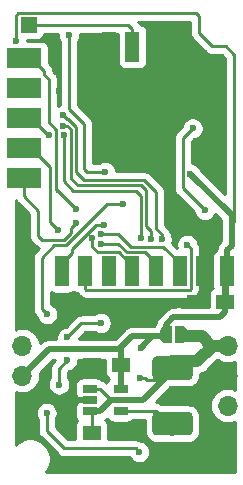
<source format=gbl>
G04 #@! TF.GenerationSoftware,KiCad,Pcbnew,(5.1.2)-2*
G04 #@! TF.CreationDate,2019-11-24T13:14:51+01:00*
G04 #@! TF.ProjectId,HM-LC-SW1-BA-PCB_mini_MAX1724,484d2d4c-432d-4535-9731-2d42412d5043,rev?*
G04 #@! TF.SameCoordinates,Original*
G04 #@! TF.FileFunction,Copper,L2,Bot*
G04 #@! TF.FilePolarity,Positive*
%FSLAX46Y46*%
G04 Gerber Fmt 4.6, Leading zero omitted, Abs format (unit mm)*
G04 Created by KiCad (PCBNEW (5.1.2)-2) date 2019-11-24 13:14:51*
%MOMM*%
%LPD*%
G04 APERTURE LIST*
%ADD10C,0.100000*%
%ADD11C,2.000000*%
%ADD12C,0.500000*%
%ADD13O,1.700000X1.700000*%
%ADD14R,1.200000X2.524000*%
%ADD15R,1.220000X0.650000*%
%ADD16R,3.000000X1.700000*%
%ADD17R,1.500000X1.250000*%
%ADD18R,1.350000X1.350000*%
%ADD19C,0.600000*%
%ADD20C,0.250000*%
%ADD21C,0.500000*%
%ADD22C,1.000000*%
%ADD23C,0.254000*%
G04 APERTURE END LIST*
D10*
G36*
X185353639Y-119201849D02*
G01*
X185390915Y-119207378D01*
X185427469Y-119216535D01*
X185462950Y-119229230D01*
X185497016Y-119245342D01*
X185529339Y-119264716D01*
X185559607Y-119287164D01*
X185587529Y-119312471D01*
X185612836Y-119340393D01*
X185635284Y-119370661D01*
X185654658Y-119402984D01*
X185670770Y-119437050D01*
X185683465Y-119472531D01*
X185692622Y-119509085D01*
X185698151Y-119546361D01*
X185700000Y-119584000D01*
X185700000Y-120816000D01*
X185698151Y-120853639D01*
X185692622Y-120890915D01*
X185683465Y-120927469D01*
X185670770Y-120962950D01*
X185654658Y-120997016D01*
X185635284Y-121029339D01*
X185612836Y-121059607D01*
X185587529Y-121087529D01*
X185559607Y-121112836D01*
X185529339Y-121135284D01*
X185497016Y-121154658D01*
X185462950Y-121170770D01*
X185427469Y-121183465D01*
X185390915Y-121192622D01*
X185353639Y-121198151D01*
X185316000Y-121200000D01*
X182684000Y-121200000D01*
X182646361Y-121198151D01*
X182609085Y-121192622D01*
X182572531Y-121183465D01*
X182537050Y-121170770D01*
X182502984Y-121154658D01*
X182470661Y-121135284D01*
X182440393Y-121112836D01*
X182412471Y-121087529D01*
X182387164Y-121059607D01*
X182364716Y-121029339D01*
X182345342Y-120997016D01*
X182329230Y-120962950D01*
X182316535Y-120927469D01*
X182307378Y-120890915D01*
X182301849Y-120853639D01*
X182300000Y-120816000D01*
X182300000Y-119584000D01*
X182301849Y-119546361D01*
X182307378Y-119509085D01*
X182316535Y-119472531D01*
X182329230Y-119437050D01*
X182345342Y-119402984D01*
X182364716Y-119370661D01*
X182387164Y-119340393D01*
X182412471Y-119312471D01*
X182440393Y-119287164D01*
X182470661Y-119264716D01*
X182502984Y-119245342D01*
X182537050Y-119229230D01*
X182572531Y-119216535D01*
X182609085Y-119207378D01*
X182646361Y-119201849D01*
X182684000Y-119200000D01*
X185316000Y-119200000D01*
X185353639Y-119201849D01*
X185353639Y-119201849D01*
G37*
D11*
X184000000Y-120200000D03*
D10*
G36*
X185353639Y-114501849D02*
G01*
X185390915Y-114507378D01*
X185427469Y-114516535D01*
X185462950Y-114529230D01*
X185497016Y-114545342D01*
X185529339Y-114564716D01*
X185559607Y-114587164D01*
X185587529Y-114612471D01*
X185612836Y-114640393D01*
X185635284Y-114670661D01*
X185654658Y-114702984D01*
X185670770Y-114737050D01*
X185683465Y-114772531D01*
X185692622Y-114809085D01*
X185698151Y-114846361D01*
X185700000Y-114884000D01*
X185700000Y-116116000D01*
X185698151Y-116153639D01*
X185692622Y-116190915D01*
X185683465Y-116227469D01*
X185670770Y-116262950D01*
X185654658Y-116297016D01*
X185635284Y-116329339D01*
X185612836Y-116359607D01*
X185587529Y-116387529D01*
X185559607Y-116412836D01*
X185529339Y-116435284D01*
X185497016Y-116454658D01*
X185462950Y-116470770D01*
X185427469Y-116483465D01*
X185390915Y-116492622D01*
X185353639Y-116498151D01*
X185316000Y-116500000D01*
X182684000Y-116500000D01*
X182646361Y-116498151D01*
X182609085Y-116492622D01*
X182572531Y-116483465D01*
X182537050Y-116470770D01*
X182502984Y-116454658D01*
X182470661Y-116435284D01*
X182440393Y-116412836D01*
X182412471Y-116387529D01*
X182387164Y-116359607D01*
X182364716Y-116329339D01*
X182345342Y-116297016D01*
X182329230Y-116262950D01*
X182316535Y-116227469D01*
X182307378Y-116190915D01*
X182301849Y-116153639D01*
X182300000Y-116116000D01*
X182300000Y-114884000D01*
X182301849Y-114846361D01*
X182307378Y-114809085D01*
X182316535Y-114772531D01*
X182329230Y-114737050D01*
X182345342Y-114702984D01*
X182364716Y-114670661D01*
X182387164Y-114640393D01*
X182412471Y-114612471D01*
X182440393Y-114587164D01*
X182470661Y-114564716D01*
X182502984Y-114545342D01*
X182537050Y-114529230D01*
X182572531Y-114516535D01*
X182609085Y-114507378D01*
X182646361Y-114501849D01*
X182684000Y-114500000D01*
X185316000Y-114500000D01*
X185353639Y-114501849D01*
X185353639Y-114501849D01*
G37*
D11*
X184000000Y-115500000D03*
D12*
X183450000Y-112650000D03*
D10*
G36*
X183450000Y-113399398D02*
G01*
X183425466Y-113399398D01*
X183376635Y-113394588D01*
X183328510Y-113385016D01*
X183281555Y-113370772D01*
X183236222Y-113351995D01*
X183192949Y-113328864D01*
X183152150Y-113301604D01*
X183114221Y-113270476D01*
X183079524Y-113235779D01*
X183048396Y-113197850D01*
X183021136Y-113157051D01*
X182998005Y-113113778D01*
X182979228Y-113068445D01*
X182964984Y-113021490D01*
X182955412Y-112973365D01*
X182950602Y-112924534D01*
X182950602Y-112900000D01*
X182950000Y-112900000D01*
X182950000Y-112400000D01*
X182950602Y-112400000D01*
X182950602Y-112375466D01*
X182955412Y-112326635D01*
X182964984Y-112278510D01*
X182979228Y-112231555D01*
X182998005Y-112186222D01*
X183021136Y-112142949D01*
X183048396Y-112102150D01*
X183079524Y-112064221D01*
X183114221Y-112029524D01*
X183152150Y-111998396D01*
X183192949Y-111971136D01*
X183236222Y-111948005D01*
X183281555Y-111929228D01*
X183328510Y-111914984D01*
X183376635Y-111905412D01*
X183425466Y-111900602D01*
X183450000Y-111900602D01*
X183450000Y-111900000D01*
X183950000Y-111900000D01*
X183950000Y-113400000D01*
X183450000Y-113400000D01*
X183450000Y-113399398D01*
X183450000Y-113399398D01*
G37*
D12*
X184750000Y-112650000D03*
D10*
G36*
X184250000Y-111900000D02*
G01*
X184750000Y-111900000D01*
X184750000Y-111900602D01*
X184774534Y-111900602D01*
X184823365Y-111905412D01*
X184871490Y-111914984D01*
X184918445Y-111929228D01*
X184963778Y-111948005D01*
X185007051Y-111971136D01*
X185047850Y-111998396D01*
X185085779Y-112029524D01*
X185120476Y-112064221D01*
X185151604Y-112102150D01*
X185178864Y-112142949D01*
X185201995Y-112186222D01*
X185220772Y-112231555D01*
X185235016Y-112278510D01*
X185244588Y-112326635D01*
X185249398Y-112375466D01*
X185249398Y-112400000D01*
X185250000Y-112400000D01*
X185250000Y-112900000D01*
X185249398Y-112900000D01*
X185249398Y-112924534D01*
X185244588Y-112973365D01*
X185235016Y-113021490D01*
X185220772Y-113068445D01*
X185201995Y-113113778D01*
X185178864Y-113157051D01*
X185151604Y-113197850D01*
X185120476Y-113235779D01*
X185085779Y-113270476D01*
X185047850Y-113301604D01*
X185007051Y-113328864D01*
X184963778Y-113351995D01*
X184918445Y-113370772D01*
X184871490Y-113385016D01*
X184823365Y-113394588D01*
X184774534Y-113399398D01*
X184750000Y-113399398D01*
X184750000Y-113400000D01*
X184250000Y-113400000D01*
X184250000Y-111900000D01*
X184250000Y-111900000D01*
G37*
D13*
X188658500Y-118681500D03*
X188658500Y-116141500D03*
X188658500Y-113601500D03*
D14*
X188610000Y-107282000D03*
X186610000Y-107282000D03*
X184610000Y-107282000D03*
X182610000Y-107282000D03*
X180610000Y-107282000D03*
X178610000Y-107282000D03*
X176610000Y-107282000D03*
X174610000Y-107282000D03*
X180610000Y-88282000D03*
X182610000Y-88282000D03*
X178610000Y-88282000D03*
D13*
X171300000Y-116140000D03*
X171300000Y-113600000D03*
D15*
X179610000Y-119150000D03*
X179610000Y-117250000D03*
X176990000Y-117250000D03*
X176990000Y-118200000D03*
X176990000Y-119150000D03*
D16*
X171410500Y-99441000D03*
X171410500Y-94361000D03*
X171410500Y-89281000D03*
X171386500Y-96901000D03*
X171386500Y-91821000D03*
D17*
X188448000Y-109880400D03*
X185948000Y-109880400D03*
D18*
X171831000Y-86423500D03*
D17*
X179650000Y-115200000D03*
X177150000Y-115200000D03*
X177150000Y-121000000D03*
X179650000Y-121000000D03*
D19*
X185503500Y-99060000D03*
X170713400Y-87807800D03*
X184500000Y-111200000D03*
X181300000Y-113786400D03*
X176500000Y-110600000D03*
X178700000Y-88200000D03*
X175400000Y-120600000D03*
X184200000Y-104100000D03*
X182610000Y-88282000D03*
X170900000Y-101800000D03*
X171900000Y-105600000D03*
X171900000Y-107000000D03*
X171900000Y-108600000D03*
X171900000Y-110200000D03*
X175400000Y-119100000D03*
X175400000Y-117600000D03*
X171700000Y-119500000D03*
X171700000Y-118100000D03*
X171700000Y-120900000D03*
X174400000Y-92000000D03*
X174400000Y-90600000D03*
X181000000Y-120200000D03*
X181000000Y-121200000D03*
X174000000Y-109650000D03*
X170900000Y-102600000D03*
X170900000Y-103400000D03*
X188650000Y-122850000D03*
X188650000Y-123750000D03*
X187800000Y-123750000D03*
X178950000Y-94550000D03*
X178950000Y-95450000D03*
X186740800Y-102133400D03*
X185700000Y-95200000D03*
X178173279Y-103360831D03*
X185262592Y-105047466D03*
X175800000Y-102000000D03*
X177964335Y-104182336D03*
X175800000Y-103200000D03*
X177225415Y-104509118D03*
X174300000Y-103800000D03*
X177935643Y-104981834D03*
X174794569Y-95783400D03*
X181300000Y-104500000D03*
X173542780Y-95782303D03*
X182200000Y-104600000D03*
X174752000Y-94970600D03*
X174736032Y-94102935D03*
X183100000Y-104600000D03*
X177933614Y-111684448D03*
X181200000Y-122600000D03*
X175100000Y-114850000D03*
X175100000Y-112900000D03*
X174400000Y-116900000D03*
X173350000Y-119300000D03*
X181250000Y-116300000D03*
X173400000Y-110950000D03*
X179807225Y-101635380D03*
X175242000Y-87300000D03*
X178300000Y-98900000D03*
D20*
X189230000Y-88976200D02*
X189230000Y-92506800D01*
X189230000Y-95061738D02*
X189230000Y-94640400D01*
X189230000Y-94640400D02*
X189230000Y-94284800D01*
X189230000Y-94665800D02*
X189230000Y-94640400D01*
X170713400Y-87807800D02*
X170713400Y-85648800D01*
X188518800Y-88265000D02*
X189230000Y-88976200D01*
X170713400Y-85648800D02*
X170938701Y-85423499D01*
X170938701Y-85423499D02*
X186007499Y-85423499D01*
X186007499Y-85423499D02*
X186258200Y-85674200D01*
X186258200Y-85674200D02*
X186258200Y-87147400D01*
X186258200Y-87147400D02*
X187375800Y-88265000D01*
X187375800Y-88265000D02*
X188518800Y-88265000D01*
X188610000Y-105369600D02*
X188610000Y-107282000D01*
X188610000Y-107282000D02*
X188610000Y-110358604D01*
X183446500Y-112585500D02*
X183446500Y-111700500D01*
X183413400Y-112618600D02*
X183446500Y-112585500D01*
D21*
X179650000Y-115200000D02*
X179650000Y-113750000D01*
X179610000Y-115240000D02*
X179650000Y-115200000D01*
X179610000Y-117250000D02*
X179610000Y-115240000D01*
X179650000Y-114075000D02*
X179475000Y-113900000D01*
X179650000Y-115200000D02*
X179650000Y-114075000D01*
X173540000Y-113900000D02*
X171300000Y-116140000D01*
D20*
X189230000Y-92506800D02*
X189230000Y-93970000D01*
X189230000Y-93970000D02*
X189230000Y-94284800D01*
D21*
X182286400Y-112800000D02*
X182300000Y-112800000D01*
X181300000Y-113786400D02*
X182286400Y-112800000D01*
X180600000Y-112800000D02*
X182300000Y-112800000D01*
X182300000Y-112800000D02*
X183450000Y-112800000D01*
X188103400Y-111100000D02*
X188448000Y-110755400D01*
X188448000Y-110755400D02*
X188448000Y-109880400D01*
X188003401Y-111199999D02*
X188103400Y-111100000D01*
X184499999Y-111199999D02*
X188003401Y-111199999D01*
X188448000Y-107444000D02*
X188610000Y-107282000D01*
X188448000Y-109880400D02*
X188448000Y-107444000D01*
X179500000Y-113900000D02*
X180000000Y-113400000D01*
X178700000Y-113900000D02*
X179500000Y-113900000D01*
X180000000Y-113400000D02*
X180600000Y-112800000D01*
X179650000Y-113750000D02*
X180000000Y-113400000D01*
X178700000Y-113900000D02*
X173540000Y-113900000D01*
X179475000Y-113900000D02*
X178700000Y-113900000D01*
X183450000Y-111952408D02*
X183450000Y-112800000D01*
X183450000Y-111825736D02*
X183450000Y-111952408D01*
X184075736Y-111200000D02*
X183450000Y-111825736D01*
X184500000Y-111200000D02*
X184075736Y-111200000D01*
X188610000Y-105520000D02*
X189000000Y-105130000D01*
X188610000Y-107282000D02*
X188610000Y-105520000D01*
X189000000Y-102556500D02*
X185503500Y-99060000D01*
D20*
X189230000Y-102326500D02*
X189000000Y-102556500D01*
X189230000Y-94284800D02*
X189230000Y-102326500D01*
X189230000Y-103070000D02*
X189000000Y-103300000D01*
X189230000Y-102326500D02*
X189230000Y-103070000D01*
D21*
X189000000Y-105130000D02*
X189000000Y-103300000D01*
X189000000Y-103300000D02*
X189000000Y-102556500D01*
D20*
X185948000Y-109880400D02*
X186073000Y-109880400D01*
X176130000Y-118200000D02*
X176030000Y-118300000D01*
X176990000Y-118200000D02*
X176130000Y-118200000D01*
D21*
X175880000Y-118200000D02*
X175780000Y-118300000D01*
X176990000Y-118200000D02*
X175880000Y-118200000D01*
D20*
X184878498Y-96021502D02*
X185700000Y-95200000D01*
X186740800Y-102133400D02*
X184878498Y-100271098D01*
X184878498Y-100271098D02*
X184878498Y-96021502D01*
X175460000Y-105770000D02*
X175460000Y-105390621D01*
X174610000Y-106620000D02*
X175460000Y-105770000D01*
X175460000Y-105390621D02*
X177489790Y-103360831D01*
X177749015Y-103360831D02*
X178173279Y-103360831D01*
X174610000Y-107282000D02*
X174610000Y-106620000D01*
X177489790Y-103360831D02*
X177749015Y-103360831D01*
X185262592Y-105047466D02*
X185562591Y-105347465D01*
X185562591Y-105347465D02*
X185562591Y-108776411D01*
X185562591Y-108776411D02*
X185470001Y-108869001D01*
X185470001Y-108869001D02*
X176685001Y-108869001D01*
X176685001Y-108869001D02*
X176610000Y-108794000D01*
X176610000Y-108794000D02*
X176610000Y-107282000D01*
X180610000Y-88282000D02*
X180610000Y-86770000D01*
X180610000Y-86770000D02*
X180263500Y-86423500D01*
X180263500Y-86423500D02*
X172756000Y-86423500D01*
X172756000Y-86423500D02*
X171831000Y-86423500D01*
X184610000Y-106620000D02*
X183234988Y-105244988D01*
X183234988Y-105244988D02*
X180481198Y-105244988D01*
X184610000Y-107282000D02*
X184610000Y-106620000D01*
X179418546Y-104182336D02*
X178388599Y-104182336D01*
X178388599Y-104182336D02*
X177964335Y-104182336D01*
X180481198Y-105244988D02*
X179418546Y-104182336D01*
X172060500Y-89281000D02*
X173160500Y-90381000D01*
X173160500Y-90659997D02*
X173556329Y-91055826D01*
X173556329Y-94699931D02*
X174167800Y-95311402D01*
X175177636Y-101392256D02*
X175477635Y-101692255D01*
X174167800Y-100382420D02*
X175177636Y-101392256D01*
X173556329Y-91055826D02*
X173556329Y-94699931D01*
X173160500Y-90381000D02*
X173160500Y-90659997D01*
X171410500Y-89281000D02*
X172060500Y-89281000D01*
X174167800Y-95311402D02*
X174167800Y-100382420D01*
X174182420Y-100382420D02*
X174167800Y-100382420D01*
X175800000Y-102000000D02*
X174182420Y-100382420D01*
X177225415Y-104933382D02*
X177225415Y-104509118D01*
X177225415Y-105213030D02*
X177225415Y-104933382D01*
X177707384Y-105694999D02*
X177225415Y-105213030D01*
X179470002Y-105694999D02*
X177707384Y-105694999D01*
X180610000Y-106834997D02*
X179470002Y-105694999D01*
X180610000Y-107282000D02*
X180610000Y-106834997D01*
X171410500Y-99441000D02*
X171410500Y-100961504D01*
X171410500Y-100961504D02*
X172624498Y-102175502D01*
X174813600Y-104649990D02*
X172949990Y-104649990D01*
X172624498Y-104324498D02*
X172624498Y-102175502D01*
X172949990Y-104649990D02*
X172624498Y-104324498D01*
X174813600Y-104649990D02*
X175400000Y-104063590D01*
X175400000Y-103600000D02*
X175800000Y-103200000D01*
X175400000Y-104063590D02*
X175400000Y-103600000D01*
X182610000Y-107282000D02*
X182610000Y-106620000D01*
X179393247Y-104981834D02*
X177935643Y-104981834D01*
X182610000Y-106620000D02*
X181684999Y-105694999D01*
X181684999Y-105694999D02*
X180106412Y-105694999D01*
X180106412Y-105694999D02*
X179393247Y-104981834D01*
X172036500Y-96901000D02*
X171386500Y-96901000D01*
X173611785Y-98476285D02*
X172036500Y-96901000D01*
X173611785Y-102232215D02*
X173611785Y-98476285D01*
X173609000Y-102235000D02*
X173611785Y-102232215D01*
X173609000Y-103109000D02*
X173609000Y-102235000D01*
X174300000Y-103800000D02*
X173609000Y-103109000D01*
X173481803Y-95782303D02*
X173542780Y-95782303D01*
X172060500Y-94361000D02*
X173481803Y-95782303D01*
X171410500Y-94361000D02*
X172060500Y-94361000D01*
X174794569Y-99695000D02*
X174794569Y-95783400D01*
X174817178Y-99695000D02*
X174794569Y-99695000D01*
X175590200Y-100468022D02*
X174817178Y-99695000D01*
X180876886Y-100468022D02*
X175590200Y-100468022D01*
X181300000Y-104500000D02*
X181300000Y-100891136D01*
X181300000Y-100891136D02*
X180876886Y-100468022D01*
X175962600Y-100018011D02*
X181374211Y-100018011D01*
X175419589Y-99475000D02*
X175962600Y-100018011D01*
X175419589Y-95283999D02*
X175419589Y-99475000D01*
X181374211Y-100018011D02*
X181761665Y-100405465D01*
X175106190Y-94970600D02*
X175419589Y-95283999D01*
X174752000Y-94970600D02*
X175106190Y-94970600D01*
X181761665Y-103473811D02*
X181761665Y-100405465D01*
X182200000Y-103912146D02*
X181761665Y-103473811D01*
X182200000Y-104600000D02*
X182200000Y-103912146D01*
X182606384Y-100591195D02*
X181583189Y-99568000D01*
X175869600Y-98933000D02*
X175869600Y-95097600D01*
X175174934Y-94402934D02*
X175036031Y-94402934D01*
X175036031Y-94402934D02*
X174736032Y-94102935D01*
X181583189Y-99568000D02*
X176504600Y-99568000D01*
X175869600Y-95097600D02*
X175174934Y-94402934D01*
X176504600Y-99568000D02*
X175869600Y-98933000D01*
X182606384Y-103682120D02*
X182606384Y-100591195D01*
X183100000Y-104175736D02*
X182606384Y-103682120D01*
X183100000Y-104600000D02*
X183100000Y-104175736D01*
X175100000Y-115000000D02*
X175100000Y-115000000D01*
X176288597Y-111711403D02*
X177588597Y-111711403D01*
X175100000Y-112900000D02*
X176288597Y-111711403D01*
X177615552Y-111684448D02*
X177933614Y-111684448D01*
X177588597Y-111711403D02*
X177615552Y-111684448D01*
X180900001Y-122300001D02*
X181200000Y-122600000D01*
X175336410Y-122300000D02*
X180900001Y-122300001D01*
X175336410Y-122300000D02*
X174850000Y-122300000D01*
X173350000Y-120800000D02*
X173350000Y-119300000D01*
X174850000Y-122300000D02*
X173350000Y-120800000D01*
X174400000Y-115550000D02*
X175100000Y-114850000D01*
X174400000Y-116900000D02*
X174400000Y-115550000D01*
X183779290Y-115895710D02*
X184500000Y-115175000D01*
X181774999Y-117900001D02*
X183779290Y-115895710D01*
X177150000Y-119310000D02*
X176990000Y-119150000D01*
X177150000Y-121000000D02*
X177150000Y-119310000D01*
X184500000Y-113050000D02*
X184750000Y-112800000D01*
D21*
X184750000Y-114650000D02*
X184500000Y-114900000D01*
X184500000Y-114900000D02*
X184500000Y-115200000D01*
X181500001Y-118199999D02*
X181800000Y-117900000D01*
X178800001Y-118199999D02*
X181500001Y-118199999D01*
X177850000Y-119150000D02*
X178800001Y-118199999D01*
X176990000Y-119150000D02*
X177850000Y-119150000D01*
D22*
X184000000Y-114900000D02*
X186100000Y-114900000D01*
X187398500Y-113601500D02*
X188658500Y-113601500D01*
X186100000Y-114900000D02*
X187398500Y-113601500D01*
X186500000Y-112800000D02*
X184750000Y-112800000D01*
X188658500Y-113601500D02*
X187301500Y-113601500D01*
X187301500Y-113601500D02*
X186500000Y-112800000D01*
D20*
X182700000Y-117000000D02*
X182550000Y-117150000D01*
D21*
X182700000Y-117000000D02*
X181800000Y-117900000D01*
D20*
X181874264Y-116500000D02*
X183200000Y-116500000D01*
X181674264Y-116300000D02*
X181874264Y-116500000D01*
X181250000Y-116300000D02*
X181674264Y-116300000D01*
D21*
X184500000Y-115200000D02*
X183200000Y-116500000D01*
X183200000Y-116500000D02*
X182700000Y-117000000D01*
D20*
X177850000Y-117250000D02*
X176990000Y-117250000D01*
X178800001Y-118199999D02*
X177850000Y-117250000D01*
X178464620Y-101635380D02*
X179807225Y-101635380D01*
X175000000Y-105100000D02*
X178464620Y-101635380D01*
X174000000Y-105100000D02*
X175000000Y-105100000D01*
X172933802Y-106166198D02*
X174000000Y-105100000D01*
X172933802Y-110466198D02*
X172933802Y-110483802D01*
X172933802Y-110483802D02*
X172933802Y-110266198D01*
X173400000Y-110950000D02*
X172933802Y-110483802D01*
X172933802Y-110466198D02*
X172933802Y-110266198D01*
X172933802Y-110266198D02*
X172933802Y-106166198D01*
X182300000Y-119150000D02*
X179610000Y-119150000D01*
X182625000Y-119150000D02*
X184000000Y-120525000D01*
X179610000Y-119150000D02*
X182625000Y-119150000D01*
X176500000Y-98600000D02*
X176800000Y-98900000D01*
X176500000Y-94800000D02*
X176500000Y-98600000D01*
X175242000Y-87249000D02*
X175242000Y-93542000D01*
X175242000Y-93542000D02*
X176500000Y-94800000D01*
X176800000Y-98900000D02*
X177900000Y-98900000D01*
X177900000Y-98900000D02*
X178300000Y-98900000D01*
D23*
G36*
X173888997Y-114986201D02*
G01*
X173860000Y-115009999D01*
X173836202Y-115038997D01*
X173836201Y-115038998D01*
X173765026Y-115125724D01*
X173694454Y-115257754D01*
X173678307Y-115310986D01*
X173650998Y-115401014D01*
X173644475Y-115467247D01*
X173636324Y-115550000D01*
X173640001Y-115587332D01*
X173640000Y-116354464D01*
X173571414Y-116457111D01*
X173500932Y-116627271D01*
X173465000Y-116807911D01*
X173465000Y-116992089D01*
X173500932Y-117172729D01*
X173571414Y-117342889D01*
X173673738Y-117496028D01*
X173803972Y-117626262D01*
X173957111Y-117728586D01*
X174127271Y-117799068D01*
X174307911Y-117835000D01*
X174492089Y-117835000D01*
X174672729Y-117799068D01*
X174842889Y-117728586D01*
X174996028Y-117626262D01*
X175126262Y-117496028D01*
X175228586Y-117342889D01*
X175299068Y-117172729D01*
X175335000Y-116992089D01*
X175335000Y-116807911D01*
X175299068Y-116627271D01*
X175228586Y-116457111D01*
X175160000Y-116354465D01*
X175160000Y-115864802D01*
X175251649Y-115773153D01*
X175372729Y-115749068D01*
X175542889Y-115678586D01*
X175696028Y-115576262D01*
X175826262Y-115446028D01*
X175928586Y-115292889D01*
X175999068Y-115122729D01*
X176035000Y-114942089D01*
X176035000Y-114785000D01*
X178261928Y-114785000D01*
X178261928Y-115825000D01*
X178274188Y-115949482D01*
X178310498Y-116069180D01*
X178369463Y-116179494D01*
X178448815Y-116276185D01*
X178545506Y-116355537D01*
X178634787Y-116403260D01*
X178548815Y-116473815D01*
X178469463Y-116570506D01*
X178410498Y-116680820D01*
X178398504Y-116720360D01*
X178390001Y-116709999D01*
X178274276Y-116615026D01*
X178142247Y-116544454D01*
X178098189Y-116531089D01*
X178051185Y-116473815D01*
X177954494Y-116394463D01*
X177844180Y-116335498D01*
X177724482Y-116299188D01*
X177600000Y-116286928D01*
X176380000Y-116286928D01*
X176255518Y-116299188D01*
X176135820Y-116335498D01*
X176025506Y-116394463D01*
X175928815Y-116473815D01*
X175849463Y-116570506D01*
X175790498Y-116680820D01*
X175754188Y-116800518D01*
X175741928Y-116925000D01*
X175741928Y-117575000D01*
X175754188Y-117699482D01*
X175790498Y-117819180D01*
X175849463Y-117929494D01*
X175928815Y-118026185D01*
X176025506Y-118105537D01*
X176135820Y-118164502D01*
X176252841Y-118200000D01*
X176135820Y-118235498D01*
X176025506Y-118294463D01*
X175928815Y-118373815D01*
X175849463Y-118470506D01*
X175790498Y-118580820D01*
X175754188Y-118700518D01*
X175741928Y-118825000D01*
X175741928Y-119475000D01*
X175754188Y-119599482D01*
X175790498Y-119719180D01*
X175849463Y-119829494D01*
X175928815Y-119926185D01*
X175939604Y-119935039D01*
X175869463Y-120020506D01*
X175810498Y-120130820D01*
X175774188Y-120250518D01*
X175761928Y-120375000D01*
X175761928Y-121540000D01*
X175164802Y-121540000D01*
X174110000Y-120485199D01*
X174110000Y-119845535D01*
X174178586Y-119742889D01*
X174249068Y-119572729D01*
X174285000Y-119392089D01*
X174285000Y-119207911D01*
X174249068Y-119027271D01*
X174178586Y-118857111D01*
X174076262Y-118703972D01*
X173946028Y-118573738D01*
X173792889Y-118471414D01*
X173622729Y-118400932D01*
X173442089Y-118365000D01*
X173257911Y-118365000D01*
X173077271Y-118400932D01*
X172907111Y-118471414D01*
X172753972Y-118573738D01*
X172623738Y-118703972D01*
X172521414Y-118857111D01*
X172450932Y-119027271D01*
X172415000Y-119207911D01*
X172415000Y-119392089D01*
X172450932Y-119572729D01*
X172521414Y-119742889D01*
X172590001Y-119845536D01*
X172590000Y-120762677D01*
X172586324Y-120800000D01*
X172590000Y-120837322D01*
X172590000Y-120837332D01*
X172600997Y-120948985D01*
X172643408Y-121088799D01*
X172644454Y-121092246D01*
X172715026Y-121224276D01*
X172720172Y-121230546D01*
X172809999Y-121340001D01*
X172839003Y-121363804D01*
X174286201Y-122811003D01*
X174309999Y-122840001D01*
X174425724Y-122934974D01*
X174557753Y-123005546D01*
X174701014Y-123049003D01*
X174812667Y-123060000D01*
X174812676Y-123060000D01*
X174849999Y-123063676D01*
X174887322Y-123060000D01*
X175373743Y-123060000D01*
X175373753Y-123059999D01*
X180382848Y-123060001D01*
X180473738Y-123196028D01*
X180603972Y-123326262D01*
X180757111Y-123428586D01*
X180927271Y-123499068D01*
X181107911Y-123535000D01*
X181292089Y-123535000D01*
X181472729Y-123499068D01*
X181642889Y-123428586D01*
X181796028Y-123326262D01*
X181926262Y-123196028D01*
X182028586Y-123042889D01*
X182099068Y-122872729D01*
X182135000Y-122692089D01*
X182135000Y-122507911D01*
X182099068Y-122327271D01*
X182028586Y-122157111D01*
X181926262Y-122003972D01*
X181796028Y-121873738D01*
X181642889Y-121771414D01*
X181472729Y-121700932D01*
X181334531Y-121673442D01*
X181324277Y-121665027D01*
X181192247Y-121594455D01*
X181090781Y-121563677D01*
X181048987Y-121550999D01*
X180937334Y-121540002D01*
X180900001Y-121536325D01*
X180862669Y-121540002D01*
X178538072Y-121540001D01*
X178538072Y-120375000D01*
X178525812Y-120250518D01*
X178489502Y-120130820D01*
X178430537Y-120020506D01*
X178351185Y-119923815D01*
X178322987Y-119900674D01*
X178344059Y-119889411D01*
X178453487Y-119799605D01*
X178469463Y-119829494D01*
X178548815Y-119926185D01*
X178645506Y-120005537D01*
X178755820Y-120064502D01*
X178875518Y-120100812D01*
X179000000Y-120113072D01*
X180220000Y-120113072D01*
X180344482Y-120100812D01*
X180464180Y-120064502D01*
X180574494Y-120005537D01*
X180671185Y-119926185D01*
X180684468Y-119910000D01*
X181661928Y-119910000D01*
X181661928Y-120816000D01*
X181681567Y-121015396D01*
X181739729Y-121207130D01*
X181834178Y-121383833D01*
X181961286Y-121538714D01*
X182116167Y-121665822D01*
X182292870Y-121760271D01*
X182484604Y-121818433D01*
X182684000Y-121838072D01*
X185316000Y-121838072D01*
X185515396Y-121818433D01*
X185707130Y-121760271D01*
X185883833Y-121665822D01*
X186038714Y-121538714D01*
X186165822Y-121383833D01*
X186260271Y-121207130D01*
X186318433Y-121015396D01*
X186338072Y-120816000D01*
X186338072Y-119584000D01*
X186318433Y-119384604D01*
X186260271Y-119192870D01*
X186165822Y-119016167D01*
X186038714Y-118861286D01*
X185883833Y-118734178D01*
X185707130Y-118639729D01*
X185515396Y-118581567D01*
X185316000Y-118561928D01*
X183106426Y-118561928D01*
X183049276Y-118515026D01*
X182917247Y-118444454D01*
X182773986Y-118400997D01*
X182662333Y-118390000D01*
X182662322Y-118390000D01*
X182625000Y-118386324D01*
X182587678Y-118390000D01*
X182561578Y-118390000D01*
X183356532Y-117595047D01*
X183356537Y-117595041D01*
X183813506Y-117138072D01*
X185316000Y-117138072D01*
X185515396Y-117118433D01*
X185707130Y-117060271D01*
X185883833Y-116965822D01*
X186038714Y-116838714D01*
X186165822Y-116683833D01*
X186260271Y-116507130D01*
X186318433Y-116315396D01*
X186338072Y-116116000D01*
X186338072Y-116013853D01*
X186536447Y-115953676D01*
X186733623Y-115848284D01*
X186906449Y-115706449D01*
X186941996Y-115663135D01*
X187792928Y-114812204D01*
X187829486Y-114842206D01*
X188087466Y-114980099D01*
X188367389Y-115065013D01*
X188585550Y-115086500D01*
X188731450Y-115086500D01*
X188949611Y-115065013D01*
X189229534Y-114980099D01*
X189290001Y-114947779D01*
X189290001Y-117335221D01*
X189229534Y-117302901D01*
X188949611Y-117217987D01*
X188731450Y-117196500D01*
X188585550Y-117196500D01*
X188367389Y-117217987D01*
X188087466Y-117302901D01*
X187829486Y-117440794D01*
X187603366Y-117626366D01*
X187417794Y-117852486D01*
X187279901Y-118110466D01*
X187194987Y-118390389D01*
X187166315Y-118681500D01*
X187194987Y-118972611D01*
X187279901Y-119252534D01*
X187417794Y-119510514D01*
X187603366Y-119736634D01*
X187829486Y-119922206D01*
X188087466Y-120060099D01*
X188367389Y-120145013D01*
X188585550Y-120166500D01*
X188731450Y-120166500D01*
X188949611Y-120145013D01*
X189229534Y-120060099D01*
X189290001Y-120027779D01*
X189290001Y-124290000D01*
X173309671Y-124290000D01*
X173495537Y-124011831D01*
X173626325Y-123696081D01*
X173693000Y-123360883D01*
X173693000Y-123019117D01*
X173626325Y-122683919D01*
X173495537Y-122368169D01*
X173305663Y-122084002D01*
X173063998Y-121842337D01*
X172779831Y-121652463D01*
X172464081Y-121521675D01*
X172128883Y-121455000D01*
X171787117Y-121455000D01*
X171451919Y-121521675D01*
X171136169Y-121652463D01*
X170852002Y-121842337D01*
X170710000Y-121984339D01*
X170710000Y-117508461D01*
X170728966Y-117518599D01*
X171008889Y-117603513D01*
X171227050Y-117625000D01*
X171372950Y-117625000D01*
X171591111Y-117603513D01*
X171871034Y-117518599D01*
X172129014Y-117380706D01*
X172355134Y-117195134D01*
X172540706Y-116969014D01*
X172678599Y-116711034D01*
X172763513Y-116431111D01*
X172792185Y-116140000D01*
X172770612Y-115920966D01*
X173906579Y-114785000D01*
X174090198Y-114785000D01*
X173888997Y-114986201D01*
X173888997Y-114986201D01*
G37*
X173888997Y-114986201D02*
X173860000Y-115009999D01*
X173836202Y-115038997D01*
X173836201Y-115038998D01*
X173765026Y-115125724D01*
X173694454Y-115257754D01*
X173678307Y-115310986D01*
X173650998Y-115401014D01*
X173644475Y-115467247D01*
X173636324Y-115550000D01*
X173640001Y-115587332D01*
X173640000Y-116354464D01*
X173571414Y-116457111D01*
X173500932Y-116627271D01*
X173465000Y-116807911D01*
X173465000Y-116992089D01*
X173500932Y-117172729D01*
X173571414Y-117342889D01*
X173673738Y-117496028D01*
X173803972Y-117626262D01*
X173957111Y-117728586D01*
X174127271Y-117799068D01*
X174307911Y-117835000D01*
X174492089Y-117835000D01*
X174672729Y-117799068D01*
X174842889Y-117728586D01*
X174996028Y-117626262D01*
X175126262Y-117496028D01*
X175228586Y-117342889D01*
X175299068Y-117172729D01*
X175335000Y-116992089D01*
X175335000Y-116807911D01*
X175299068Y-116627271D01*
X175228586Y-116457111D01*
X175160000Y-116354465D01*
X175160000Y-115864802D01*
X175251649Y-115773153D01*
X175372729Y-115749068D01*
X175542889Y-115678586D01*
X175696028Y-115576262D01*
X175826262Y-115446028D01*
X175928586Y-115292889D01*
X175999068Y-115122729D01*
X176035000Y-114942089D01*
X176035000Y-114785000D01*
X178261928Y-114785000D01*
X178261928Y-115825000D01*
X178274188Y-115949482D01*
X178310498Y-116069180D01*
X178369463Y-116179494D01*
X178448815Y-116276185D01*
X178545506Y-116355537D01*
X178634787Y-116403260D01*
X178548815Y-116473815D01*
X178469463Y-116570506D01*
X178410498Y-116680820D01*
X178398504Y-116720360D01*
X178390001Y-116709999D01*
X178274276Y-116615026D01*
X178142247Y-116544454D01*
X178098189Y-116531089D01*
X178051185Y-116473815D01*
X177954494Y-116394463D01*
X177844180Y-116335498D01*
X177724482Y-116299188D01*
X177600000Y-116286928D01*
X176380000Y-116286928D01*
X176255518Y-116299188D01*
X176135820Y-116335498D01*
X176025506Y-116394463D01*
X175928815Y-116473815D01*
X175849463Y-116570506D01*
X175790498Y-116680820D01*
X175754188Y-116800518D01*
X175741928Y-116925000D01*
X175741928Y-117575000D01*
X175754188Y-117699482D01*
X175790498Y-117819180D01*
X175849463Y-117929494D01*
X175928815Y-118026185D01*
X176025506Y-118105537D01*
X176135820Y-118164502D01*
X176252841Y-118200000D01*
X176135820Y-118235498D01*
X176025506Y-118294463D01*
X175928815Y-118373815D01*
X175849463Y-118470506D01*
X175790498Y-118580820D01*
X175754188Y-118700518D01*
X175741928Y-118825000D01*
X175741928Y-119475000D01*
X175754188Y-119599482D01*
X175790498Y-119719180D01*
X175849463Y-119829494D01*
X175928815Y-119926185D01*
X175939604Y-119935039D01*
X175869463Y-120020506D01*
X175810498Y-120130820D01*
X175774188Y-120250518D01*
X175761928Y-120375000D01*
X175761928Y-121540000D01*
X175164802Y-121540000D01*
X174110000Y-120485199D01*
X174110000Y-119845535D01*
X174178586Y-119742889D01*
X174249068Y-119572729D01*
X174285000Y-119392089D01*
X174285000Y-119207911D01*
X174249068Y-119027271D01*
X174178586Y-118857111D01*
X174076262Y-118703972D01*
X173946028Y-118573738D01*
X173792889Y-118471414D01*
X173622729Y-118400932D01*
X173442089Y-118365000D01*
X173257911Y-118365000D01*
X173077271Y-118400932D01*
X172907111Y-118471414D01*
X172753972Y-118573738D01*
X172623738Y-118703972D01*
X172521414Y-118857111D01*
X172450932Y-119027271D01*
X172415000Y-119207911D01*
X172415000Y-119392089D01*
X172450932Y-119572729D01*
X172521414Y-119742889D01*
X172590001Y-119845536D01*
X172590000Y-120762677D01*
X172586324Y-120800000D01*
X172590000Y-120837322D01*
X172590000Y-120837332D01*
X172600997Y-120948985D01*
X172643408Y-121088799D01*
X172644454Y-121092246D01*
X172715026Y-121224276D01*
X172720172Y-121230546D01*
X172809999Y-121340001D01*
X172839003Y-121363804D01*
X174286201Y-122811003D01*
X174309999Y-122840001D01*
X174425724Y-122934974D01*
X174557753Y-123005546D01*
X174701014Y-123049003D01*
X174812667Y-123060000D01*
X174812676Y-123060000D01*
X174849999Y-123063676D01*
X174887322Y-123060000D01*
X175373743Y-123060000D01*
X175373753Y-123059999D01*
X180382848Y-123060001D01*
X180473738Y-123196028D01*
X180603972Y-123326262D01*
X180757111Y-123428586D01*
X180927271Y-123499068D01*
X181107911Y-123535000D01*
X181292089Y-123535000D01*
X181472729Y-123499068D01*
X181642889Y-123428586D01*
X181796028Y-123326262D01*
X181926262Y-123196028D01*
X182028586Y-123042889D01*
X182099068Y-122872729D01*
X182135000Y-122692089D01*
X182135000Y-122507911D01*
X182099068Y-122327271D01*
X182028586Y-122157111D01*
X181926262Y-122003972D01*
X181796028Y-121873738D01*
X181642889Y-121771414D01*
X181472729Y-121700932D01*
X181334531Y-121673442D01*
X181324277Y-121665027D01*
X181192247Y-121594455D01*
X181090781Y-121563677D01*
X181048987Y-121550999D01*
X180937334Y-121540002D01*
X180900001Y-121536325D01*
X180862669Y-121540002D01*
X178538072Y-121540001D01*
X178538072Y-120375000D01*
X178525812Y-120250518D01*
X178489502Y-120130820D01*
X178430537Y-120020506D01*
X178351185Y-119923815D01*
X178322987Y-119900674D01*
X178344059Y-119889411D01*
X178453487Y-119799605D01*
X178469463Y-119829494D01*
X178548815Y-119926185D01*
X178645506Y-120005537D01*
X178755820Y-120064502D01*
X178875518Y-120100812D01*
X179000000Y-120113072D01*
X180220000Y-120113072D01*
X180344482Y-120100812D01*
X180464180Y-120064502D01*
X180574494Y-120005537D01*
X180671185Y-119926185D01*
X180684468Y-119910000D01*
X181661928Y-119910000D01*
X181661928Y-120816000D01*
X181681567Y-121015396D01*
X181739729Y-121207130D01*
X181834178Y-121383833D01*
X181961286Y-121538714D01*
X182116167Y-121665822D01*
X182292870Y-121760271D01*
X182484604Y-121818433D01*
X182684000Y-121838072D01*
X185316000Y-121838072D01*
X185515396Y-121818433D01*
X185707130Y-121760271D01*
X185883833Y-121665822D01*
X186038714Y-121538714D01*
X186165822Y-121383833D01*
X186260271Y-121207130D01*
X186318433Y-121015396D01*
X186338072Y-120816000D01*
X186338072Y-119584000D01*
X186318433Y-119384604D01*
X186260271Y-119192870D01*
X186165822Y-119016167D01*
X186038714Y-118861286D01*
X185883833Y-118734178D01*
X185707130Y-118639729D01*
X185515396Y-118581567D01*
X185316000Y-118561928D01*
X183106426Y-118561928D01*
X183049276Y-118515026D01*
X182917247Y-118444454D01*
X182773986Y-118400997D01*
X182662333Y-118390000D01*
X182662322Y-118390000D01*
X182625000Y-118386324D01*
X182587678Y-118390000D01*
X182561578Y-118390000D01*
X183356532Y-117595047D01*
X183356537Y-117595041D01*
X183813506Y-117138072D01*
X185316000Y-117138072D01*
X185515396Y-117118433D01*
X185707130Y-117060271D01*
X185883833Y-116965822D01*
X186038714Y-116838714D01*
X186165822Y-116683833D01*
X186260271Y-116507130D01*
X186318433Y-116315396D01*
X186338072Y-116116000D01*
X186338072Y-116013853D01*
X186536447Y-115953676D01*
X186733623Y-115848284D01*
X186906449Y-115706449D01*
X186941996Y-115663135D01*
X187792928Y-114812204D01*
X187829486Y-114842206D01*
X188087466Y-114980099D01*
X188367389Y-115065013D01*
X188585550Y-115086500D01*
X188731450Y-115086500D01*
X188949611Y-115065013D01*
X189229534Y-114980099D01*
X189290001Y-114947779D01*
X189290001Y-117335221D01*
X189229534Y-117302901D01*
X188949611Y-117217987D01*
X188731450Y-117196500D01*
X188585550Y-117196500D01*
X188367389Y-117217987D01*
X188087466Y-117302901D01*
X187829486Y-117440794D01*
X187603366Y-117626366D01*
X187417794Y-117852486D01*
X187279901Y-118110466D01*
X187194987Y-118390389D01*
X187166315Y-118681500D01*
X187194987Y-118972611D01*
X187279901Y-119252534D01*
X187417794Y-119510514D01*
X187603366Y-119736634D01*
X187829486Y-119922206D01*
X188087466Y-120060099D01*
X188367389Y-120145013D01*
X188585550Y-120166500D01*
X188731450Y-120166500D01*
X188949611Y-120145013D01*
X189229534Y-120060099D01*
X189290001Y-120027779D01*
X189290001Y-124290000D01*
X173309671Y-124290000D01*
X173495537Y-124011831D01*
X173626325Y-123696081D01*
X173693000Y-123360883D01*
X173693000Y-123019117D01*
X173626325Y-122683919D01*
X173495537Y-122368169D01*
X173305663Y-122084002D01*
X173063998Y-121842337D01*
X172779831Y-121652463D01*
X172464081Y-121521675D01*
X172128883Y-121455000D01*
X171787117Y-121455000D01*
X171451919Y-121521675D01*
X171136169Y-121652463D01*
X170852002Y-121842337D01*
X170710000Y-121984339D01*
X170710000Y-117508461D01*
X170728966Y-117518599D01*
X171008889Y-117603513D01*
X171227050Y-117625000D01*
X171372950Y-117625000D01*
X171591111Y-117603513D01*
X171871034Y-117518599D01*
X172129014Y-117380706D01*
X172355134Y-117195134D01*
X172540706Y-116969014D01*
X172678599Y-116711034D01*
X172763513Y-116431111D01*
X172792185Y-116140000D01*
X172770612Y-115920966D01*
X173906579Y-114785000D01*
X174090198Y-114785000D01*
X173888997Y-114986201D01*
G36*
X185498201Y-87110068D02*
G01*
X185494524Y-87147400D01*
X185509198Y-87296385D01*
X185552654Y-87439646D01*
X185623226Y-87571676D01*
X185694401Y-87658402D01*
X185718200Y-87687401D01*
X185747198Y-87711199D01*
X186812000Y-88776002D01*
X186835799Y-88805001D01*
X186864797Y-88828799D01*
X186951523Y-88899974D01*
X187024288Y-88938868D01*
X187083553Y-88970546D01*
X187226814Y-89014003D01*
X187338467Y-89025000D01*
X187338476Y-89025000D01*
X187375799Y-89028676D01*
X187413122Y-89025000D01*
X188203999Y-89025000D01*
X188470000Y-89291002D01*
X188470001Y-92469458D01*
X188470000Y-92469468D01*
X188470001Y-93932658D01*
X188470000Y-93932668D01*
X188470000Y-94247468D01*
X188470001Y-100774922D01*
X186346155Y-98651077D01*
X186332086Y-98617111D01*
X186229762Y-98463972D01*
X186099528Y-98333738D01*
X185946389Y-98231414D01*
X185776229Y-98160932D01*
X185638498Y-98133535D01*
X185638498Y-96336303D01*
X185851649Y-96123153D01*
X185972729Y-96099068D01*
X186142889Y-96028586D01*
X186296028Y-95926262D01*
X186426262Y-95796028D01*
X186528586Y-95642889D01*
X186599068Y-95472729D01*
X186635000Y-95292089D01*
X186635000Y-95107911D01*
X186599068Y-94927271D01*
X186528586Y-94757111D01*
X186426262Y-94603972D01*
X186296028Y-94473738D01*
X186142889Y-94371414D01*
X185972729Y-94300932D01*
X185792089Y-94265000D01*
X185607911Y-94265000D01*
X185427271Y-94300932D01*
X185257111Y-94371414D01*
X185103972Y-94473738D01*
X184973738Y-94603972D01*
X184871414Y-94757111D01*
X184800932Y-94927271D01*
X184776847Y-95048351D01*
X184367496Y-95457703D01*
X184338498Y-95481501D01*
X184314700Y-95510499D01*
X184314699Y-95510500D01*
X184243524Y-95597226D01*
X184172952Y-95729256D01*
X184169227Y-95741537D01*
X184129496Y-95872516D01*
X184124920Y-95918973D01*
X184114822Y-96021502D01*
X184118499Y-96058834D01*
X184118498Y-100233775D01*
X184114822Y-100271098D01*
X184118498Y-100308420D01*
X184118498Y-100308430D01*
X184129495Y-100420083D01*
X184162538Y-100529013D01*
X184172952Y-100563344D01*
X184243524Y-100695374D01*
X184277121Y-100736312D01*
X184338497Y-100811099D01*
X184367501Y-100834902D01*
X185817647Y-102285049D01*
X185841732Y-102406129D01*
X185912214Y-102576289D01*
X186014538Y-102729428D01*
X186144772Y-102859662D01*
X186297911Y-102961986D01*
X186468071Y-103032468D01*
X186648711Y-103068400D01*
X186832889Y-103068400D01*
X187013529Y-103032468D01*
X187183689Y-102961986D01*
X187336828Y-102859662D01*
X187467062Y-102729428D01*
X187569386Y-102576289D01*
X187627620Y-102435699D01*
X188115000Y-102923079D01*
X188115000Y-103343476D01*
X188115001Y-103343486D01*
X188115000Y-104763422D01*
X188014952Y-104863470D01*
X187981184Y-104891183D01*
X187953471Y-104924951D01*
X187953468Y-104924954D01*
X187870590Y-105025941D01*
X187788412Y-105179687D01*
X187737805Y-105346510D01*
X187727517Y-105450972D01*
X187655506Y-105489463D01*
X187558815Y-105568815D01*
X187479463Y-105665506D01*
X187420498Y-105775820D01*
X187384188Y-105895518D01*
X187371928Y-106020000D01*
X187371928Y-108544000D01*
X187384188Y-108668482D01*
X187393229Y-108698285D01*
X187343506Y-108724863D01*
X187246815Y-108804215D01*
X187167463Y-108900906D01*
X187108498Y-109011220D01*
X187072188Y-109130918D01*
X187059928Y-109255400D01*
X187059928Y-110314999D01*
X184806690Y-110314999D01*
X184772729Y-110300932D01*
X184592089Y-110265000D01*
X184407911Y-110265000D01*
X184227271Y-110300932D01*
X184193308Y-110315000D01*
X184119201Y-110315000D01*
X184075735Y-110310719D01*
X184032269Y-110315000D01*
X184032259Y-110315000D01*
X183902246Y-110327805D01*
X183735423Y-110378411D01*
X183581677Y-110460589D01*
X183581675Y-110460590D01*
X183581676Y-110460590D01*
X183480689Y-110543468D01*
X183480687Y-110543470D01*
X183446919Y-110571183D01*
X183419206Y-110604951D01*
X182854956Y-111169202D01*
X182821183Y-111196919D01*
X182710589Y-111331678D01*
X182628411Y-111485424D01*
X182577805Y-111652247D01*
X182575408Y-111676583D01*
X182532958Y-111728309D01*
X182478502Y-111809808D01*
X182422275Y-111915000D01*
X182329865Y-111915000D01*
X182286399Y-111910719D01*
X182242933Y-111915000D01*
X180643465Y-111915000D01*
X180599999Y-111910719D01*
X180556533Y-111915000D01*
X180556523Y-111915000D01*
X180426510Y-111927805D01*
X180259687Y-111978411D01*
X180105941Y-112060589D01*
X180091799Y-112072195D01*
X180004953Y-112143468D01*
X180004951Y-112143470D01*
X179971183Y-112171183D01*
X179943470Y-112204951D01*
X179404953Y-112743468D01*
X179404954Y-112743468D01*
X179133422Y-113015000D01*
X176059801Y-113015000D01*
X176603399Y-112471403D01*
X177428420Y-112471403D01*
X177490725Y-112513034D01*
X177660885Y-112583516D01*
X177841525Y-112619448D01*
X178025703Y-112619448D01*
X178206343Y-112583516D01*
X178376503Y-112513034D01*
X178529642Y-112410710D01*
X178659876Y-112280476D01*
X178762200Y-112127337D01*
X178832682Y-111957177D01*
X178868614Y-111776537D01*
X178868614Y-111592359D01*
X178832682Y-111411719D01*
X178762200Y-111241559D01*
X178659876Y-111088420D01*
X178529642Y-110958186D01*
X178376503Y-110855862D01*
X178206343Y-110785380D01*
X178025703Y-110749448D01*
X177841525Y-110749448D01*
X177660885Y-110785380D01*
X177490725Y-110855862D01*
X177347737Y-110951403D01*
X176325919Y-110951403D01*
X176288597Y-110947727D01*
X176251274Y-110951403D01*
X176251264Y-110951403D01*
X176139611Y-110962400D01*
X176001987Y-111004147D01*
X175996350Y-111005857D01*
X175864320Y-111076429D01*
X175782629Y-111143472D01*
X175748596Y-111171402D01*
X175724798Y-111200400D01*
X174948351Y-111976847D01*
X174827271Y-112000932D01*
X174657111Y-112071414D01*
X174503972Y-112173738D01*
X174373738Y-112303972D01*
X174271414Y-112457111D01*
X174200932Y-112627271D01*
X174165000Y-112807911D01*
X174165000Y-112992089D01*
X174169557Y-113015000D01*
X173583465Y-113015000D01*
X173539999Y-113010719D01*
X173496533Y-113015000D01*
X173496523Y-113015000D01*
X173366510Y-113027805D01*
X173199687Y-113078411D01*
X173045941Y-113160589D01*
X173019366Y-113182399D01*
X172944953Y-113243468D01*
X172944951Y-113243470D01*
X172911183Y-113271183D01*
X172883470Y-113304951D01*
X172773915Y-113414506D01*
X172763513Y-113308889D01*
X172678599Y-113028966D01*
X172540706Y-112770986D01*
X172355134Y-112544866D01*
X172129014Y-112359294D01*
X171871034Y-112221401D01*
X171591111Y-112136487D01*
X171372950Y-112115000D01*
X171227050Y-112115000D01*
X171008889Y-112136487D01*
X170728966Y-112221401D01*
X170710000Y-112231539D01*
X170710000Y-101263190D01*
X170775526Y-101385780D01*
X170832281Y-101454935D01*
X170870500Y-101501505D01*
X170899498Y-101525303D01*
X171864499Y-102490305D01*
X171864498Y-104287175D01*
X171860822Y-104324498D01*
X171864498Y-104361820D01*
X171864498Y-104361830D01*
X171875495Y-104473483D01*
X171911473Y-104592089D01*
X171918952Y-104616744D01*
X171989524Y-104748774D01*
X172022335Y-104788754D01*
X172084497Y-104864499D01*
X172113501Y-104888302D01*
X172386186Y-105160987D01*
X172409989Y-105189991D01*
X172525714Y-105284964D01*
X172657743Y-105355536D01*
X172666889Y-105358310D01*
X172422800Y-105602399D01*
X172393802Y-105626197D01*
X172370004Y-105655195D01*
X172370003Y-105655196D01*
X172298828Y-105741922D01*
X172228256Y-105873952D01*
X172205026Y-105950534D01*
X172184800Y-106017212D01*
X172177024Y-106096167D01*
X172170126Y-106166198D01*
X172173803Y-106203530D01*
X172173802Y-110228865D01*
X172173802Y-110446480D01*
X172170126Y-110483802D01*
X172173802Y-110521124D01*
X172173802Y-110521135D01*
X172184799Y-110632788D01*
X172228256Y-110776049D01*
X172298828Y-110908078D01*
X172356952Y-110978902D01*
X172393801Y-111023803D01*
X172422805Y-111047606D01*
X172476847Y-111101648D01*
X172500932Y-111222729D01*
X172571414Y-111392889D01*
X172673738Y-111546028D01*
X172803972Y-111676262D01*
X172957111Y-111778586D01*
X173127271Y-111849068D01*
X173307911Y-111885000D01*
X173492089Y-111885000D01*
X173672729Y-111849068D01*
X173842889Y-111778586D01*
X173996028Y-111676262D01*
X174126262Y-111546028D01*
X174228586Y-111392889D01*
X174299068Y-111222729D01*
X174335000Y-111042089D01*
X174335000Y-110857911D01*
X174299068Y-110677271D01*
X174228586Y-110507111D01*
X174126262Y-110353972D01*
X173996028Y-110223738D01*
X173842889Y-110121414D01*
X173693802Y-110059661D01*
X173693802Y-109095007D01*
X173765820Y-109133502D01*
X173885518Y-109169812D01*
X174010000Y-109182072D01*
X175210000Y-109182072D01*
X175334482Y-109169812D01*
X175454180Y-109133502D01*
X175564494Y-109074537D01*
X175610000Y-109037191D01*
X175655506Y-109074537D01*
X175765820Y-109133502D01*
X175885518Y-109169812D01*
X175952656Y-109176424D01*
X175975026Y-109218276D01*
X176002361Y-109251583D01*
X176069999Y-109334001D01*
X176099000Y-109357802D01*
X176121200Y-109380002D01*
X176145000Y-109409002D01*
X176260725Y-109503975D01*
X176392754Y-109574547D01*
X176536015Y-109618004D01*
X176647668Y-109629001D01*
X176647678Y-109629001D01*
X176685000Y-109632677D01*
X176722323Y-109629001D01*
X185432679Y-109629001D01*
X185470001Y-109632677D01*
X185507323Y-109629001D01*
X185507334Y-109629001D01*
X185618987Y-109618004D01*
X185762248Y-109574547D01*
X185894277Y-109503975D01*
X186010002Y-109409002D01*
X186033805Y-109379998D01*
X186073588Y-109340215D01*
X186102592Y-109316412D01*
X186197565Y-109200687D01*
X186268137Y-109068658D01*
X186311594Y-108925397D01*
X186322591Y-108813744D01*
X186322591Y-108813734D01*
X186326267Y-108776412D01*
X186322591Y-108739089D01*
X186322591Y-105384790D01*
X186326267Y-105347465D01*
X186322591Y-105310140D01*
X186322591Y-105310132D01*
X186311594Y-105198479D01*
X186268137Y-105055218D01*
X186197565Y-104923189D01*
X186189150Y-104912935D01*
X186161660Y-104774737D01*
X186091178Y-104604577D01*
X185988854Y-104451438D01*
X185858620Y-104321204D01*
X185705481Y-104218880D01*
X185535321Y-104148398D01*
X185354681Y-104112466D01*
X185170503Y-104112466D01*
X184989863Y-104148398D01*
X184819703Y-104218880D01*
X184666564Y-104321204D01*
X184536330Y-104451438D01*
X184434006Y-104604577D01*
X184363524Y-104774737D01*
X184327592Y-104955377D01*
X184327592Y-105139555D01*
X184358192Y-105293391D01*
X183981044Y-104916243D01*
X183999068Y-104872729D01*
X184035000Y-104692089D01*
X184035000Y-104507911D01*
X183999068Y-104327271D01*
X183928586Y-104157111D01*
X183850303Y-104039952D01*
X183849003Y-104026750D01*
X183805546Y-103883489D01*
X183734974Y-103751460D01*
X183640001Y-103635735D01*
X183611002Y-103611936D01*
X183366384Y-103367319D01*
X183366384Y-100628517D01*
X183370060Y-100591194D01*
X183366384Y-100553871D01*
X183366384Y-100553862D01*
X183355387Y-100442209D01*
X183311930Y-100298948D01*
X183241358Y-100166919D01*
X183146385Y-100051194D01*
X183117387Y-100027396D01*
X182146993Y-99057002D01*
X182123190Y-99027999D01*
X182007465Y-98933026D01*
X181875436Y-98862454D01*
X181732175Y-98818997D01*
X181620522Y-98808000D01*
X181620511Y-98808000D01*
X181583189Y-98804324D01*
X181545867Y-98808000D01*
X179235000Y-98808000D01*
X179235000Y-98807911D01*
X179199068Y-98627271D01*
X179128586Y-98457111D01*
X179026262Y-98303972D01*
X178896028Y-98173738D01*
X178742889Y-98071414D01*
X178572729Y-98000932D01*
X178392089Y-97965000D01*
X178207911Y-97965000D01*
X178027271Y-98000932D01*
X177857111Y-98071414D01*
X177754465Y-98140000D01*
X177260000Y-98140000D01*
X177260000Y-94837325D01*
X177263676Y-94800000D01*
X177260000Y-94762675D01*
X177260000Y-94762667D01*
X177249003Y-94651014D01*
X177205546Y-94507753D01*
X177134974Y-94375724D01*
X177040001Y-94259999D01*
X177011004Y-94236202D01*
X176002000Y-93227199D01*
X176002000Y-87845535D01*
X176070586Y-87742889D01*
X176141068Y-87572729D01*
X176177000Y-87392089D01*
X176177000Y-87207911D01*
X176172144Y-87183500D01*
X179371928Y-87183500D01*
X179371928Y-89544000D01*
X179384188Y-89668482D01*
X179420498Y-89788180D01*
X179479463Y-89898494D01*
X179558815Y-89995185D01*
X179655506Y-90074537D01*
X179765820Y-90133502D01*
X179885518Y-90169812D01*
X180010000Y-90182072D01*
X181210000Y-90182072D01*
X181334482Y-90169812D01*
X181454180Y-90133502D01*
X181564494Y-90074537D01*
X181661185Y-89995185D01*
X181740537Y-89898494D01*
X181799502Y-89788180D01*
X181835812Y-89668482D01*
X181848072Y-89544000D01*
X181848072Y-87020000D01*
X181835812Y-86895518D01*
X181799502Y-86775820D01*
X181740537Y-86665506D01*
X181661185Y-86568815D01*
X181564494Y-86489463D01*
X181454180Y-86430498D01*
X181334482Y-86394188D01*
X181267345Y-86387576D01*
X181244974Y-86345724D01*
X181150001Y-86229999D01*
X181120997Y-86206196D01*
X181098300Y-86183499D01*
X185498200Y-86183499D01*
X185498201Y-87110068D01*
X185498201Y-87110068D01*
G37*
X185498201Y-87110068D02*
X185494524Y-87147400D01*
X185509198Y-87296385D01*
X185552654Y-87439646D01*
X185623226Y-87571676D01*
X185694401Y-87658402D01*
X185718200Y-87687401D01*
X185747198Y-87711199D01*
X186812000Y-88776002D01*
X186835799Y-88805001D01*
X186864797Y-88828799D01*
X186951523Y-88899974D01*
X187024288Y-88938868D01*
X187083553Y-88970546D01*
X187226814Y-89014003D01*
X187338467Y-89025000D01*
X187338476Y-89025000D01*
X187375799Y-89028676D01*
X187413122Y-89025000D01*
X188203999Y-89025000D01*
X188470000Y-89291002D01*
X188470001Y-92469458D01*
X188470000Y-92469468D01*
X188470001Y-93932658D01*
X188470000Y-93932668D01*
X188470000Y-94247468D01*
X188470001Y-100774922D01*
X186346155Y-98651077D01*
X186332086Y-98617111D01*
X186229762Y-98463972D01*
X186099528Y-98333738D01*
X185946389Y-98231414D01*
X185776229Y-98160932D01*
X185638498Y-98133535D01*
X185638498Y-96336303D01*
X185851649Y-96123153D01*
X185972729Y-96099068D01*
X186142889Y-96028586D01*
X186296028Y-95926262D01*
X186426262Y-95796028D01*
X186528586Y-95642889D01*
X186599068Y-95472729D01*
X186635000Y-95292089D01*
X186635000Y-95107911D01*
X186599068Y-94927271D01*
X186528586Y-94757111D01*
X186426262Y-94603972D01*
X186296028Y-94473738D01*
X186142889Y-94371414D01*
X185972729Y-94300932D01*
X185792089Y-94265000D01*
X185607911Y-94265000D01*
X185427271Y-94300932D01*
X185257111Y-94371414D01*
X185103972Y-94473738D01*
X184973738Y-94603972D01*
X184871414Y-94757111D01*
X184800932Y-94927271D01*
X184776847Y-95048351D01*
X184367496Y-95457703D01*
X184338498Y-95481501D01*
X184314700Y-95510499D01*
X184314699Y-95510500D01*
X184243524Y-95597226D01*
X184172952Y-95729256D01*
X184169227Y-95741537D01*
X184129496Y-95872516D01*
X184124920Y-95918973D01*
X184114822Y-96021502D01*
X184118499Y-96058834D01*
X184118498Y-100233775D01*
X184114822Y-100271098D01*
X184118498Y-100308420D01*
X184118498Y-100308430D01*
X184129495Y-100420083D01*
X184162538Y-100529013D01*
X184172952Y-100563344D01*
X184243524Y-100695374D01*
X184277121Y-100736312D01*
X184338497Y-100811099D01*
X184367501Y-100834902D01*
X185817647Y-102285049D01*
X185841732Y-102406129D01*
X185912214Y-102576289D01*
X186014538Y-102729428D01*
X186144772Y-102859662D01*
X186297911Y-102961986D01*
X186468071Y-103032468D01*
X186648711Y-103068400D01*
X186832889Y-103068400D01*
X187013529Y-103032468D01*
X187183689Y-102961986D01*
X187336828Y-102859662D01*
X187467062Y-102729428D01*
X187569386Y-102576289D01*
X187627620Y-102435699D01*
X188115000Y-102923079D01*
X188115000Y-103343476D01*
X188115001Y-103343486D01*
X188115000Y-104763422D01*
X188014952Y-104863470D01*
X187981184Y-104891183D01*
X187953471Y-104924951D01*
X187953468Y-104924954D01*
X187870590Y-105025941D01*
X187788412Y-105179687D01*
X187737805Y-105346510D01*
X187727517Y-105450972D01*
X187655506Y-105489463D01*
X187558815Y-105568815D01*
X187479463Y-105665506D01*
X187420498Y-105775820D01*
X187384188Y-105895518D01*
X187371928Y-106020000D01*
X187371928Y-108544000D01*
X187384188Y-108668482D01*
X187393229Y-108698285D01*
X187343506Y-108724863D01*
X187246815Y-108804215D01*
X187167463Y-108900906D01*
X187108498Y-109011220D01*
X187072188Y-109130918D01*
X187059928Y-109255400D01*
X187059928Y-110314999D01*
X184806690Y-110314999D01*
X184772729Y-110300932D01*
X184592089Y-110265000D01*
X184407911Y-110265000D01*
X184227271Y-110300932D01*
X184193308Y-110315000D01*
X184119201Y-110315000D01*
X184075735Y-110310719D01*
X184032269Y-110315000D01*
X184032259Y-110315000D01*
X183902246Y-110327805D01*
X183735423Y-110378411D01*
X183581677Y-110460589D01*
X183581675Y-110460590D01*
X183581676Y-110460590D01*
X183480689Y-110543468D01*
X183480687Y-110543470D01*
X183446919Y-110571183D01*
X183419206Y-110604951D01*
X182854956Y-111169202D01*
X182821183Y-111196919D01*
X182710589Y-111331678D01*
X182628411Y-111485424D01*
X182577805Y-111652247D01*
X182575408Y-111676583D01*
X182532958Y-111728309D01*
X182478502Y-111809808D01*
X182422275Y-111915000D01*
X182329865Y-111915000D01*
X182286399Y-111910719D01*
X182242933Y-111915000D01*
X180643465Y-111915000D01*
X180599999Y-111910719D01*
X180556533Y-111915000D01*
X180556523Y-111915000D01*
X180426510Y-111927805D01*
X180259687Y-111978411D01*
X180105941Y-112060589D01*
X180091799Y-112072195D01*
X180004953Y-112143468D01*
X180004951Y-112143470D01*
X179971183Y-112171183D01*
X179943470Y-112204951D01*
X179404953Y-112743468D01*
X179404954Y-112743468D01*
X179133422Y-113015000D01*
X176059801Y-113015000D01*
X176603399Y-112471403D01*
X177428420Y-112471403D01*
X177490725Y-112513034D01*
X177660885Y-112583516D01*
X177841525Y-112619448D01*
X178025703Y-112619448D01*
X178206343Y-112583516D01*
X178376503Y-112513034D01*
X178529642Y-112410710D01*
X178659876Y-112280476D01*
X178762200Y-112127337D01*
X178832682Y-111957177D01*
X178868614Y-111776537D01*
X178868614Y-111592359D01*
X178832682Y-111411719D01*
X178762200Y-111241559D01*
X178659876Y-111088420D01*
X178529642Y-110958186D01*
X178376503Y-110855862D01*
X178206343Y-110785380D01*
X178025703Y-110749448D01*
X177841525Y-110749448D01*
X177660885Y-110785380D01*
X177490725Y-110855862D01*
X177347737Y-110951403D01*
X176325919Y-110951403D01*
X176288597Y-110947727D01*
X176251274Y-110951403D01*
X176251264Y-110951403D01*
X176139611Y-110962400D01*
X176001987Y-111004147D01*
X175996350Y-111005857D01*
X175864320Y-111076429D01*
X175782629Y-111143472D01*
X175748596Y-111171402D01*
X175724798Y-111200400D01*
X174948351Y-111976847D01*
X174827271Y-112000932D01*
X174657111Y-112071414D01*
X174503972Y-112173738D01*
X174373738Y-112303972D01*
X174271414Y-112457111D01*
X174200932Y-112627271D01*
X174165000Y-112807911D01*
X174165000Y-112992089D01*
X174169557Y-113015000D01*
X173583465Y-113015000D01*
X173539999Y-113010719D01*
X173496533Y-113015000D01*
X173496523Y-113015000D01*
X173366510Y-113027805D01*
X173199687Y-113078411D01*
X173045941Y-113160589D01*
X173019366Y-113182399D01*
X172944953Y-113243468D01*
X172944951Y-113243470D01*
X172911183Y-113271183D01*
X172883470Y-113304951D01*
X172773915Y-113414506D01*
X172763513Y-113308889D01*
X172678599Y-113028966D01*
X172540706Y-112770986D01*
X172355134Y-112544866D01*
X172129014Y-112359294D01*
X171871034Y-112221401D01*
X171591111Y-112136487D01*
X171372950Y-112115000D01*
X171227050Y-112115000D01*
X171008889Y-112136487D01*
X170728966Y-112221401D01*
X170710000Y-112231539D01*
X170710000Y-101263190D01*
X170775526Y-101385780D01*
X170832281Y-101454935D01*
X170870500Y-101501505D01*
X170899498Y-101525303D01*
X171864499Y-102490305D01*
X171864498Y-104287175D01*
X171860822Y-104324498D01*
X171864498Y-104361820D01*
X171864498Y-104361830D01*
X171875495Y-104473483D01*
X171911473Y-104592089D01*
X171918952Y-104616744D01*
X171989524Y-104748774D01*
X172022335Y-104788754D01*
X172084497Y-104864499D01*
X172113501Y-104888302D01*
X172386186Y-105160987D01*
X172409989Y-105189991D01*
X172525714Y-105284964D01*
X172657743Y-105355536D01*
X172666889Y-105358310D01*
X172422800Y-105602399D01*
X172393802Y-105626197D01*
X172370004Y-105655195D01*
X172370003Y-105655196D01*
X172298828Y-105741922D01*
X172228256Y-105873952D01*
X172205026Y-105950534D01*
X172184800Y-106017212D01*
X172177024Y-106096167D01*
X172170126Y-106166198D01*
X172173803Y-106203530D01*
X172173802Y-110228865D01*
X172173802Y-110446480D01*
X172170126Y-110483802D01*
X172173802Y-110521124D01*
X172173802Y-110521135D01*
X172184799Y-110632788D01*
X172228256Y-110776049D01*
X172298828Y-110908078D01*
X172356952Y-110978902D01*
X172393801Y-111023803D01*
X172422805Y-111047606D01*
X172476847Y-111101648D01*
X172500932Y-111222729D01*
X172571414Y-111392889D01*
X172673738Y-111546028D01*
X172803972Y-111676262D01*
X172957111Y-111778586D01*
X173127271Y-111849068D01*
X173307911Y-111885000D01*
X173492089Y-111885000D01*
X173672729Y-111849068D01*
X173842889Y-111778586D01*
X173996028Y-111676262D01*
X174126262Y-111546028D01*
X174228586Y-111392889D01*
X174299068Y-111222729D01*
X174335000Y-111042089D01*
X174335000Y-110857911D01*
X174299068Y-110677271D01*
X174228586Y-110507111D01*
X174126262Y-110353972D01*
X173996028Y-110223738D01*
X173842889Y-110121414D01*
X173693802Y-110059661D01*
X173693802Y-109095007D01*
X173765820Y-109133502D01*
X173885518Y-109169812D01*
X174010000Y-109182072D01*
X175210000Y-109182072D01*
X175334482Y-109169812D01*
X175454180Y-109133502D01*
X175564494Y-109074537D01*
X175610000Y-109037191D01*
X175655506Y-109074537D01*
X175765820Y-109133502D01*
X175885518Y-109169812D01*
X175952656Y-109176424D01*
X175975026Y-109218276D01*
X176002361Y-109251583D01*
X176069999Y-109334001D01*
X176099000Y-109357802D01*
X176121200Y-109380002D01*
X176145000Y-109409002D01*
X176260725Y-109503975D01*
X176392754Y-109574547D01*
X176536015Y-109618004D01*
X176647668Y-109629001D01*
X176647678Y-109629001D01*
X176685000Y-109632677D01*
X176722323Y-109629001D01*
X185432679Y-109629001D01*
X185470001Y-109632677D01*
X185507323Y-109629001D01*
X185507334Y-109629001D01*
X185618987Y-109618004D01*
X185762248Y-109574547D01*
X185894277Y-109503975D01*
X186010002Y-109409002D01*
X186033805Y-109379998D01*
X186073588Y-109340215D01*
X186102592Y-109316412D01*
X186197565Y-109200687D01*
X186268137Y-109068658D01*
X186311594Y-108925397D01*
X186322591Y-108813744D01*
X186322591Y-108813734D01*
X186326267Y-108776412D01*
X186322591Y-108739089D01*
X186322591Y-105384790D01*
X186326267Y-105347465D01*
X186322591Y-105310140D01*
X186322591Y-105310132D01*
X186311594Y-105198479D01*
X186268137Y-105055218D01*
X186197565Y-104923189D01*
X186189150Y-104912935D01*
X186161660Y-104774737D01*
X186091178Y-104604577D01*
X185988854Y-104451438D01*
X185858620Y-104321204D01*
X185705481Y-104218880D01*
X185535321Y-104148398D01*
X185354681Y-104112466D01*
X185170503Y-104112466D01*
X184989863Y-104148398D01*
X184819703Y-104218880D01*
X184666564Y-104321204D01*
X184536330Y-104451438D01*
X184434006Y-104604577D01*
X184363524Y-104774737D01*
X184327592Y-104955377D01*
X184327592Y-105139555D01*
X184358192Y-105293391D01*
X183981044Y-104916243D01*
X183999068Y-104872729D01*
X184035000Y-104692089D01*
X184035000Y-104507911D01*
X183999068Y-104327271D01*
X183928586Y-104157111D01*
X183850303Y-104039952D01*
X183849003Y-104026750D01*
X183805546Y-103883489D01*
X183734974Y-103751460D01*
X183640001Y-103635735D01*
X183611002Y-103611936D01*
X183366384Y-103367319D01*
X183366384Y-100628517D01*
X183370060Y-100591194D01*
X183366384Y-100553871D01*
X183366384Y-100553862D01*
X183355387Y-100442209D01*
X183311930Y-100298948D01*
X183241358Y-100166919D01*
X183146385Y-100051194D01*
X183117387Y-100027396D01*
X182146993Y-99057002D01*
X182123190Y-99027999D01*
X182007465Y-98933026D01*
X181875436Y-98862454D01*
X181732175Y-98818997D01*
X181620522Y-98808000D01*
X181620511Y-98808000D01*
X181583189Y-98804324D01*
X181545867Y-98808000D01*
X179235000Y-98808000D01*
X179235000Y-98807911D01*
X179199068Y-98627271D01*
X179128586Y-98457111D01*
X179026262Y-98303972D01*
X178896028Y-98173738D01*
X178742889Y-98071414D01*
X178572729Y-98000932D01*
X178392089Y-97965000D01*
X178207911Y-97965000D01*
X178027271Y-98000932D01*
X177857111Y-98071414D01*
X177754465Y-98140000D01*
X177260000Y-98140000D01*
X177260000Y-94837325D01*
X177263676Y-94800000D01*
X177260000Y-94762675D01*
X177260000Y-94762667D01*
X177249003Y-94651014D01*
X177205546Y-94507753D01*
X177134974Y-94375724D01*
X177040001Y-94259999D01*
X177011004Y-94236202D01*
X176002000Y-93227199D01*
X176002000Y-87845535D01*
X176070586Y-87742889D01*
X176141068Y-87572729D01*
X176177000Y-87392089D01*
X176177000Y-87207911D01*
X176172144Y-87183500D01*
X179371928Y-87183500D01*
X179371928Y-89544000D01*
X179384188Y-89668482D01*
X179420498Y-89788180D01*
X179479463Y-89898494D01*
X179558815Y-89995185D01*
X179655506Y-90074537D01*
X179765820Y-90133502D01*
X179885518Y-90169812D01*
X180010000Y-90182072D01*
X181210000Y-90182072D01*
X181334482Y-90169812D01*
X181454180Y-90133502D01*
X181564494Y-90074537D01*
X181661185Y-89995185D01*
X181740537Y-89898494D01*
X181799502Y-89788180D01*
X181835812Y-89668482D01*
X181848072Y-89544000D01*
X181848072Y-87020000D01*
X181835812Y-86895518D01*
X181799502Y-86775820D01*
X181740537Y-86665506D01*
X181661185Y-86568815D01*
X181564494Y-86489463D01*
X181454180Y-86430498D01*
X181334482Y-86394188D01*
X181267345Y-86387576D01*
X181244974Y-86345724D01*
X181150001Y-86229999D01*
X181120997Y-86206196D01*
X181098300Y-86183499D01*
X185498200Y-86183499D01*
X185498201Y-87110068D01*
G36*
X174307000Y-87207911D02*
G01*
X174307000Y-87392089D01*
X174342932Y-87572729D01*
X174413414Y-87742889D01*
X174482000Y-87845536D01*
X174482001Y-93200148D01*
X174463303Y-93203867D01*
X174316329Y-93264745D01*
X174316329Y-91093151D01*
X174320005Y-91055826D01*
X174316329Y-91018501D01*
X174316329Y-91018493D01*
X174305332Y-90906840D01*
X174261875Y-90763579D01*
X174191303Y-90631550D01*
X174096330Y-90515825D01*
X174067327Y-90492023D01*
X173920666Y-90345362D01*
X173920500Y-90343677D01*
X173920500Y-90343667D01*
X173909503Y-90232014D01*
X173866046Y-90088753D01*
X173831981Y-90025023D01*
X173795474Y-89956723D01*
X173724299Y-89869997D01*
X173700501Y-89840999D01*
X173671504Y-89817202D01*
X173548572Y-89694270D01*
X173548572Y-88431000D01*
X173536312Y-88306518D01*
X173500002Y-88186820D01*
X173441037Y-88076506D01*
X173361685Y-87979815D01*
X173264994Y-87900463D01*
X173154680Y-87841498D01*
X173034982Y-87805188D01*
X172910500Y-87792928D01*
X171648400Y-87792928D01*
X171648400Y-87736572D01*
X172506000Y-87736572D01*
X172630482Y-87724312D01*
X172750180Y-87688002D01*
X172860494Y-87629037D01*
X172957185Y-87549685D01*
X173036537Y-87452994D01*
X173095502Y-87342680D01*
X173131812Y-87222982D01*
X173135701Y-87183500D01*
X174311856Y-87183500D01*
X174307000Y-87207911D01*
X174307000Y-87207911D01*
G37*
X174307000Y-87207911D02*
X174307000Y-87392089D01*
X174342932Y-87572729D01*
X174413414Y-87742889D01*
X174482000Y-87845536D01*
X174482001Y-93200148D01*
X174463303Y-93203867D01*
X174316329Y-93264745D01*
X174316329Y-91093151D01*
X174320005Y-91055826D01*
X174316329Y-91018501D01*
X174316329Y-91018493D01*
X174305332Y-90906840D01*
X174261875Y-90763579D01*
X174191303Y-90631550D01*
X174096330Y-90515825D01*
X174067327Y-90492023D01*
X173920666Y-90345362D01*
X173920500Y-90343677D01*
X173920500Y-90343667D01*
X173909503Y-90232014D01*
X173866046Y-90088753D01*
X173831981Y-90025023D01*
X173795474Y-89956723D01*
X173724299Y-89869997D01*
X173700501Y-89840999D01*
X173671504Y-89817202D01*
X173548572Y-89694270D01*
X173548572Y-88431000D01*
X173536312Y-88306518D01*
X173500002Y-88186820D01*
X173441037Y-88076506D01*
X173361685Y-87979815D01*
X173264994Y-87900463D01*
X173154680Y-87841498D01*
X173034982Y-87805188D01*
X172910500Y-87792928D01*
X171648400Y-87792928D01*
X171648400Y-87736572D01*
X172506000Y-87736572D01*
X172630482Y-87724312D01*
X172750180Y-87688002D01*
X172860494Y-87629037D01*
X172957185Y-87549685D01*
X173036537Y-87452994D01*
X173095502Y-87342680D01*
X173131812Y-87222982D01*
X173135701Y-87183500D01*
X174311856Y-87183500D01*
X174307000Y-87207911D01*
M02*

</source>
